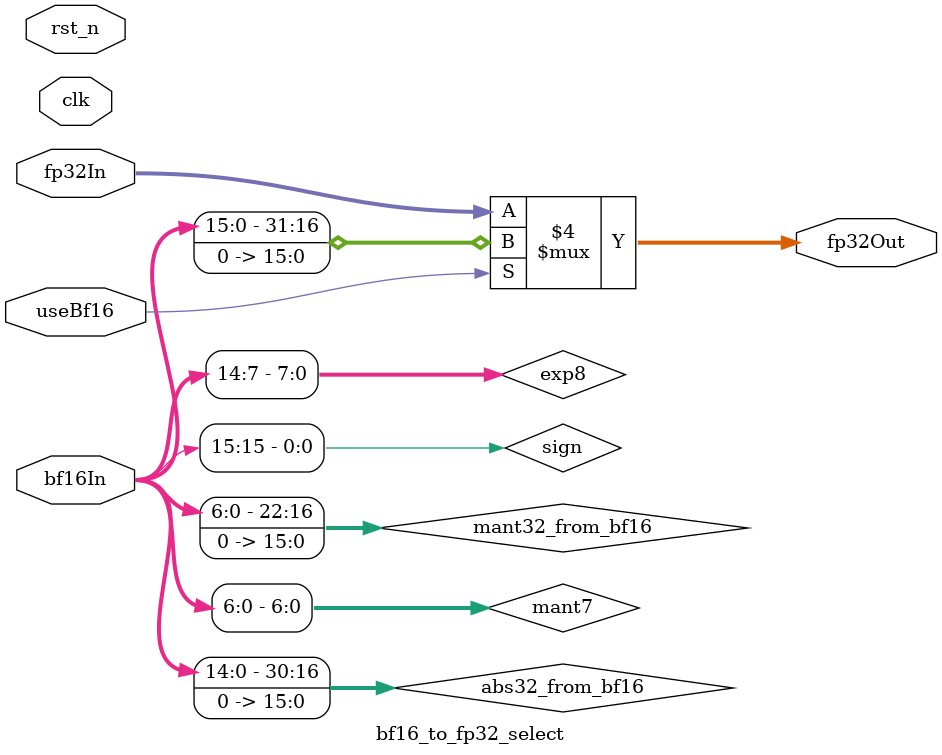
<source format=v>
module bf16_to_fp32_select (
    input  wire        clk,            // optional registered path
    input  wire        rst_n,
    input  wire [31:0] fp32In,         // native FP32 input
    input  wire [15:0] bf16In,         // BF16 input (1|8|7)
    input  wire        useBf16,        // when high, convert bf16In
    output reg  [31:0] fp32Out         // widened output
);
    // BF16 fields: [15]=sign, [14:7]=exp8, [6:0]=mant7
    wire sign = bf16In[15];
    wire [7:0] exp8  = bf16In[14:7];
    wire [6:0] mant7 = bf16In[6:0];

    wire [22:0] mant32_from_bf16 = {mant7, 16'b0}; // pad low bits
    wire [30:0] abs32_from_bf16 = {exp8, mant32_from_bf16}; // exponent + mantissa

    always @(*) begin
        if (!useBf16) begin
            fp32Out = fp32In; // passthrough FP32
        end else begin
            // assemble FP32: sign|exp8|mant7<<16
            fp32Out = {sign, abs32_from_bf16};
        end
    end
endmodule
</source>
